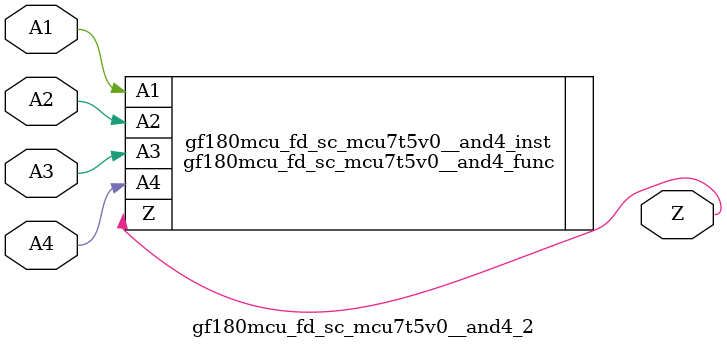
<source format=v>

`ifndef GF180MCU_FD_SC_MCU7T5V0__AND4_2_V
`define GF180MCU_FD_SC_MCU7T5V0__AND4_2_V

`include gf180mcu_fd_sc_mcu7t5v0__and4.v

`ifdef USE_POWER_PINS
module gf180mcu_fd_sc_mcu7t5v0__and4_2( A1, A2, A3, A4, Z, VDD, VSS );
inout VDD, VSS;
`else // If not USE_POWER_PINS
module gf180mcu_fd_sc_mcu7t5v0__and4_2( A1, A2, A3, A4, Z );
`endif // If not USE_POWER_PINS
input A1, A2, A3, A4;
output Z;

`ifdef USE_POWER_PINS
  gf180mcu_fd_sc_mcu7t5v0__and4_func gf180mcu_fd_sc_mcu7t5v0__and4_inst(.A1(A1),.A2(A2),.A3(A3),.A4(A4),.Z(Z),.VDD(VDD),.VSS(VSS));
`else // If not USE_POWER_PINS
  gf180mcu_fd_sc_mcu7t5v0__and4_func gf180mcu_fd_sc_mcu7t5v0__and4_inst(.A1(A1),.A2(A2),.A3(A3),.A4(A4),.Z(Z));
`endif // If not USE_POWER_PINS

`ifndef FUNCTIONAL
	// spec_gates_begin


	// spec_gates_end



   specify

	// specify_block_begin

	// comb arc A1 --> Z
	 (A1 => Z) = (1.0,1.0);

	// comb arc A2 --> Z
	 (A2 => Z) = (1.0,1.0);

	// comb arc A3 --> Z
	 (A3 => Z) = (1.0,1.0);

	// comb arc A4 --> Z
	 (A4 => Z) = (1.0,1.0);

	// specify_block_end

   endspecify

   `endif

endmodule
`endif

</source>
